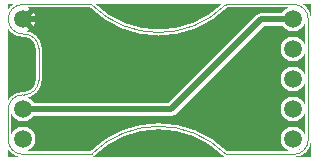
<source format=gbr>
%FSLAX34Y34*%
%MOMM*%
%LNSILK_TOP*%
G71*
G01*
%ADD10C, 2.10*%
%ADD11C, 1.10*%
%ADD12C, 0.50*%
%ADD13C, 1.50*%
%ADD14C, 0.10*%
%LPD*%
G36*
X0Y1000000D02*
X257000Y1000000D01*
X257000Y870000D01*
X0Y870000D01*
X0Y1000000D01*
G37*
%LPC*%
X13099Y986634D02*
G54D10*
D03*
X13097Y910431D02*
G54D10*
D03*
X13097Y885031D02*
G54D10*
D03*
X241697Y986631D02*
G54D10*
D03*
X241697Y961231D02*
G54D10*
D03*
X241697Y935831D02*
G54D10*
D03*
X241697Y910431D02*
G54D10*
D03*
X241697Y885031D02*
G54D10*
D03*
G54D11*
X241697Y986631D02*
X214709Y986631D01*
X138509Y910431D01*
X13097Y910431D01*
G54D12*
G75*
G01X12702Y999334D02*
G03X400Y987031I0J-12303D01*
G01*
G54D12*
G75*
G01X254397Y987028D02*
G03X242094Y999331I-12303J0D01*
G01*
G54D12*
G75*
G01X242094Y872331D02*
G03X254397Y884634I0J12303D01*
G01*
G54D12*
G75*
G01X397Y884634D02*
G03X12700Y872331I12303J0D01*
G01*
G54D12*
G75*
G01X71106Y998999D02*
G03X184482Y998999I56688J56689D01*
G01*
G54D12*
G75*
G01X184482Y872663D02*
G03X71106Y872663I-56688J-56688D01*
G01*
G54D12*
X12702Y999334D02*
X70772Y999334D01*
X71106Y998999D01*
G54D12*
X242094Y999331D02*
X184814Y999331D01*
X184482Y998999D01*
G54D12*
X254397Y987028D02*
X254397Y884634D01*
G54D12*
X242094Y872331D02*
X184814Y872331D01*
X184482Y872663D01*
G54D12*
X12700Y872331D02*
X70774Y872331D01*
X71106Y872663D01*
G54D12*
G75*
G01X400Y986634D02*
G03X12702Y974331I12302J0D01*
G01*
G54D12*
G75*
G01X26194Y962025D02*
G03X13891Y974328I-12303J0D01*
G01*
G54D12*
G75*
G01X13891Y922734D02*
G03X26194Y935038I0J12304D01*
G01*
G54D12*
X12702Y974331D02*
X13888Y974331D01*
X13891Y974328D01*
G54D12*
X26194Y962025D02*
X26194Y935038D01*
G54D12*
G75*
G01X12700Y922734D02*
G03X397Y910431I0J-12303D01*
G01*
G54D12*
X13891Y922734D02*
X12700Y922734D01*
G54D12*
X397Y884634D02*
X397Y910431D01*
%LPD*%
G54D12*
G36*
X13099Y989134D02*
X24099Y989134D01*
X24099Y984134D01*
X13099Y984134D01*
X13099Y989134D01*
G37*
G36*
X14867Y988402D02*
X22645Y980623D01*
X19110Y977088D01*
X11332Y984866D01*
X14867Y988402D01*
G37*
G36*
X11332Y988402D02*
X19110Y996180D01*
X22645Y992644D01*
X14867Y984866D01*
X11332Y988402D01*
G37*
X13099Y986634D02*
G54D13*
D03*
X13097Y910431D02*
G54D13*
D03*
X13097Y885031D02*
G54D13*
D03*
X241697Y986631D02*
G54D13*
D03*
X241697Y961231D02*
G54D13*
D03*
X241697Y935831D02*
G54D13*
D03*
X241697Y910431D02*
G54D13*
D03*
X241697Y885031D02*
G54D13*
D03*
G54D12*
X241697Y986631D02*
X214709Y986631D01*
X138509Y910431D01*
X13097Y910431D01*
G54D14*
G75*
G01X12702Y999334D02*
G03X400Y987031I0J-12303D01*
G01*
G54D14*
G75*
G01X254397Y987028D02*
G03X242094Y999331I-12303J0D01*
G01*
G54D14*
G75*
G01X242094Y872331D02*
G03X254397Y884634I0J12303D01*
G01*
G54D14*
G75*
G01X397Y884634D02*
G03X12700Y872331I12303J0D01*
G01*
G54D14*
G75*
G01X71106Y998999D02*
G03X184482Y998999I56688J56689D01*
G01*
G54D14*
G75*
G01X184482Y872663D02*
G03X71106Y872663I-56688J-56688D01*
G01*
G54D14*
X12702Y999334D02*
X70772Y999334D01*
X71106Y998999D01*
G54D14*
X242094Y999331D02*
X184814Y999331D01*
X184482Y998999D01*
G54D14*
X254397Y987028D02*
X254397Y884634D01*
G54D14*
X242094Y872331D02*
X184814Y872331D01*
X184482Y872663D01*
G54D14*
X12700Y872331D02*
X70774Y872331D01*
X71106Y872663D01*
G54D14*
G75*
G01X400Y986634D02*
G03X12702Y974331I12302J0D01*
G01*
G54D14*
G75*
G01X26194Y962025D02*
G03X13891Y974328I-12303J0D01*
G01*
G54D14*
G75*
G01X13891Y922734D02*
G03X26194Y935038I0J12304D01*
G01*
G54D14*
X12702Y974331D02*
X13888Y974331D01*
X13891Y974328D01*
G54D14*
X26194Y962025D02*
X26194Y935038D01*
G54D14*
G75*
G01X12700Y922734D02*
G03X397Y910431I0J-12303D01*
G01*
G54D14*
X13891Y922734D02*
X12700Y922734D01*
G54D14*
X397Y884634D02*
X397Y910431D01*
M02*

</source>
